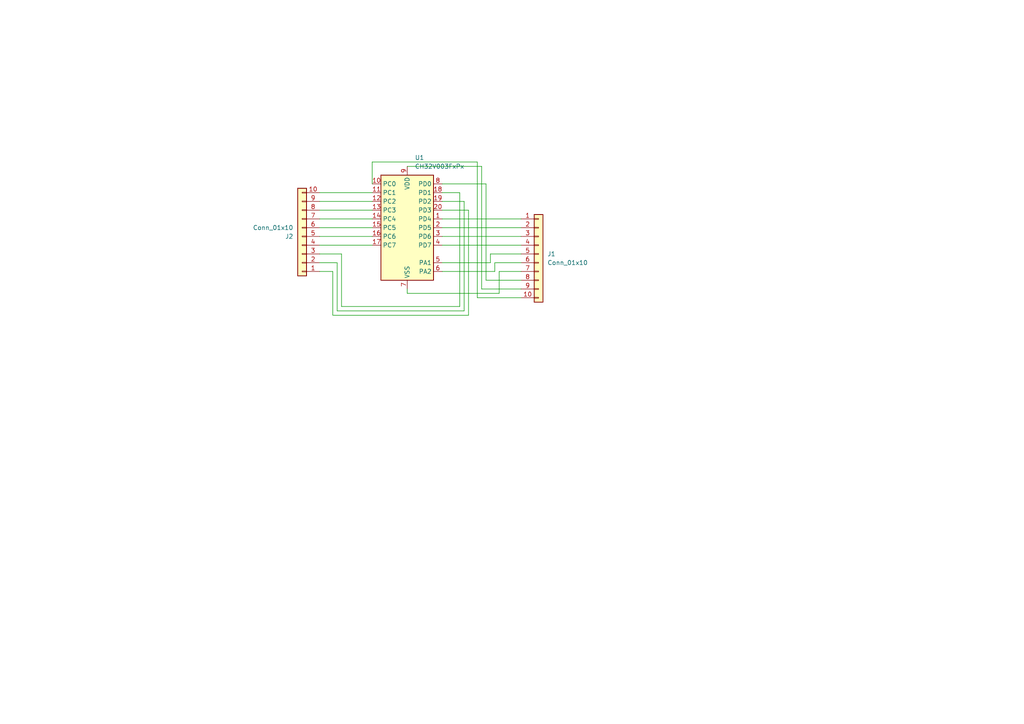
<source format=kicad_sch>
(kicad_sch (version 20231120) (generator "eeschema") (generator_version "8.0")
  (paper "A4")
  (lib_symbols
    (symbol "Connector_Generic:Conn_01x10" (pin_names (offset 1.016) hide)
      (property "Reference" "J" (at 0 12.7 0))
      (property "Value" "Conn_01x10" (at 0 -15.24 0))
      (symbol "Conn_01x10_1_1"
        (rectangle (start -1.27 -12.573) (end 0 -12.827) (stroke (width 0.1524)))
        (rectangle (start -1.27 -10.033) (end 0 -10.287) (stroke (width 0.1524)))
        (rectangle (start -1.27 -7.493) (end 0 -7.747) (stroke (width 0.1524)))
        (rectangle (start -1.27 -4.953) (end 0 -5.207) (stroke (width 0.1524)))
        (rectangle (start -1.27 -2.413) (end 0 -2.667) (stroke (width 0.1524)))
        (rectangle (start -1.27 0.127) (end 0 -0.127) (stroke (width 0.1524)))
        (rectangle (start -1.27 2.667) (end 0 2.413) (stroke (width 0.1524)))
        (rectangle (start -1.27 5.207) (end 0 4.953) (stroke (width 0.1524)))
        (rectangle (start -1.27 7.747) (end 0 7.493) (stroke (width 0.1524)))
        (rectangle (start -1.27 10.287) (end 0 10.033) (stroke (width 0.1524)))
        (rectangle (start -1.27 11.43) (end 1.27 -13.97) (stroke (width 0.254)) (fill (type background)))
        (pin passive line (at -5.08 10.16 0) (length 3.81) (name "Pin_1") (number "1"))
        (pin passive line (at -5.08 -12.7 0) (length 3.81) (name "Pin_10") (number "10"))
        (pin passive line (at -5.08 7.62 0) (length 3.81) (name "Pin_2") (number "2"))
        (pin passive line (at -5.08 5.08 0) (length 3.81) (name "Pin_3") (number "3"))
        (pin passive line (at -5.08 2.54 0) (length 3.81) (name "Pin_4") (number "4"))
        (pin passive line (at -5.08 0 0) (length 3.81) (name "Pin_5") (number "5"))
        (pin passive line (at -5.08 -2.54 0) (length 3.81) (name "Pin_6") (number "6"))
        (pin passive line (at -5.08 -5.08 0) (length 3.81) (name "Pin_7") (number "7"))
        (pin passive line (at -5.08 -7.62 0) (length 3.81) (name "Pin_8") (number "8"))
        (pin passive line (at -5.08 -10.16 0) (length 3.81) (name "Pin_9") (number "9"))
      )
    )
    (symbol "MCU_WCH_CH32V0:CH32V003FxPx"
      (property "Reference" "U" (at -7.62 17.78 0))
      (property "Value" "CH32V003FxPx" (at 7.62 17.78 0))
      (symbol "CH32V003FxPx_1_1"
        (rectangle (start -7.62 15.24) (end 7.62 -15.24) (stroke (width 0.254)) (fill (type background)))
        (pin bidirectional line (at 10.16 2.54 180) (length 2.54) (name "PD4") (number "1"))
        (pin bidirectional line (at -10.16 12.7 0) (length 2.54) (name "PC0") (number "10"))
        (pin bidirectional line (at -10.16 10.16 0) (length 2.54) (name "PC1") (number "11"))
        (pin bidirectional line (at -10.16 7.62 0) (length 2.54) (name "PC2") (number "12"))
        (pin bidirectional line (at -10.16 5.08 0) (length 2.54) (name "PC3") (number "13"))
        (pin bidirectional line (at -10.16 2.54 0) (length 2.54) (name "PC4") (number "14"))
        (pin bidirectional line (at -10.16 0 0) (length 2.54) (name "PC5") (number "15"))
        (pin bidirectional line (at -10.16 -2.54 0) (length 2.54) (name "PC6") (number "16"))
        (pin bidirectional line (at -10.16 -5.08 0) (length 2.54) (name "PC7") (number "17"))
        (pin bidirectional line (at 10.16 10.16 180) (length 2.54) (name "PD1") (number "18"))
        (pin bidirectional line (at 10.16 7.62 180) (length 2.54) (name "PD2") (number "19"))
        (pin bidirectional line (at 10.16 0 180) (length 2.54) (name "PD5") (number "2"))
        (pin bidirectional line (at 10.16 5.08 180) (length 2.54) (name "PD3") (number "20"))
        (pin bidirectional line (at 10.16 -2.54 180) (length 2.54) (name "PD6") (number "3"))
        (pin bidirectional line (at 10.16 -5.08 180) (length 2.54) (name "PD7") (number "4"))
        (pin bidirectional line (at 10.16 -10.16 180) (length 2.54) (name "PA1") (number "5"))
        (pin bidirectional line (at 10.16 -12.7 180) (length 2.54) (name "PA2") (number "6"))
        (pin power_in line (at 0 -17.78 90) (length 2.54) (name "VSS") (number "7"))
        (pin bidirectional line (at 10.16 12.7 180) (length 2.54) (name "PD0") (number "8"))
        (pin power_in line (at 0 17.78 270) (length 2.54) (name "VDD") (number "9"))
      )
    )
  )
  (wire (pts (xy 139.7 83.82) (xy 151.13 83.82)))
  (wire (pts (xy 133.35 55.88) (xy 128.27 55.88)))
  (wire (pts (xy 92.71 76.2) (xy 97.79 76.2)))
  (wire (pts (xy 92.71 71.12) (xy 107.95 71.12)))
  (wire (pts (xy 97.79 90.17) (xy 134.62 90.17)))
  (wire (pts (xy 142.24 73.66) (xy 151.13 73.66)))
  (wire (pts (xy 107.95 46.99) (xy 138.43 46.99)))
  (wire (pts (xy 139.7 48.26) (xy 139.7 83.82)))
  (wire (pts (xy 128.27 66.04) (xy 151.13 66.04)))
  (wire (pts (xy 92.71 73.66) (xy 99.06 73.66)))
  (wire (pts (xy 92.71 78.74) (xy 96.52 78.74)))
  (wire (pts (xy 128.27 78.74) (xy 143.51 78.74)))
  (wire (pts (xy 140.97 81.28) (xy 151.13 81.28)))
  (wire (pts (xy 142.24 76.2) (xy 142.24 73.66)))
  (wire (pts (xy 128.27 71.12) (xy 151.13 71.12)))
  (wire (pts (xy 92.71 58.42) (xy 107.95 58.42)))
  (wire (pts (xy 144.78 78.74) (xy 151.13 78.74)))
  (wire (pts (xy 138.43 86.36) (xy 151.13 86.36)))
  (wire (pts (xy 92.71 55.88) (xy 107.95 55.88)))
  (wire (pts (xy 143.51 76.2) (xy 151.13 76.2)))
  (wire (pts (xy 92.71 68.58) (xy 107.95 68.58)))
  (wire (pts (xy 128.27 53.34) (xy 140.97 53.34)))
  (wire (pts (xy 144.78 85.09) (xy 144.78 78.74)))
  (wire (pts (xy 133.35 88.9) (xy 133.35 55.88)))
  (wire (pts (xy 135.89 60.96) (xy 128.27 60.96)))
  (wire (pts (xy 134.62 90.17) (xy 134.62 58.42)))
  (wire (pts (xy 107.95 53.34) (xy 107.95 46.99)))
  (wire (pts (xy 96.52 91.44) (xy 135.89 91.44)))
  (wire (pts (xy 135.89 91.44) (xy 135.89 60.96)))
  (wire (pts (xy 134.62 58.42) (xy 128.27 58.42)))
  (wire (pts (xy 92.71 66.04) (xy 107.95 66.04)))
  (wire (pts (xy 118.11 48.26) (xy 139.7 48.26)))
  (wire (pts (xy 118.11 85.09) (xy 144.78 85.09)))
  (wire (pts (xy 140.97 53.34) (xy 140.97 81.28)))
  (wire (pts (xy 99.06 73.66) (xy 99.06 88.9)))
  (wire (pts (xy 128.27 68.58) (xy 151.13 68.58)))
  (wire (pts (xy 143.51 78.74) (xy 143.51 76.2)))
  (wire (pts (xy 138.43 46.99) (xy 138.43 86.36)))
  (wire (pts (xy 128.27 76.2) (xy 142.24 76.2)))
  (wire (pts (xy 118.11 85.09) (xy 118.11 83.82)))
  (wire (pts (xy 92.71 63.5) (xy 107.95 63.5)))
  (wire (pts (xy 128.27 63.5) (xy 151.13 63.5)))
  (wire (pts (xy 96.52 78.74) (xy 96.52 91.44)))
  (wire (pts (xy 97.79 76.2) (xy 97.79 90.17)))
  (wire (pts (xy 92.71 60.96) (xy 107.95 60.96)))
  (wire (pts (xy 99.06 88.9) (xy 133.35 88.9)))
  (symbol (lib_id "MCU_WCH_CH32V0:CH32V003FxPx") (at 118.11 66.04 0) (unit 1)
    (property "Reference" "U1" (at 120.3041 45.72 0) (effects (justify left)))
    (property "Value" "CH32V003FxPx" (at 120.3041 48.26 0) (effects (justify left)))
    (property "Footprint" "Package_SO:TSSOP-20_4.4x6.5mm_P0.65mm" (effects (hide yes)))
    (property "Datasheet" "https://www.wch-ic.com/products/CH32V003.html" (effects (hide yes)))
    (property "Description" "CH32V003 series are industrial-grade general-purpose microcontrollers designed based on 32-bit RISC-V instruction set and architecture. It adopts QingKe V2A core, RV32EC instruction set, and supports 2 levels of interrupt nesting. The series are mounted with rich peripheral interfaces and function modules. Its internal organizational structure meets the low-cost and low-power embedded application scenarios." (effects (hide yes)))
  )
  (symbol (lib_id "Connector_Generic:Conn_01x10") (at 87.63 68.58 180) (unit 1)
    (property "Reference" "J2" (at 85.09 68.5801 0) (effects (justify left)))
    (property "Value" "Conn_01x10" (at 85.09 66.0401 0) (effects (justify left)))
    (property "Footprint" "Connector_PinHeader_2.54mm:PinHeader_1x10_P2.54mm_Vertical" (effects (hide yes)))
    (property "Description" "Generic connector, single row, 01x10, script generated (kicad-library-utils/schlib/autogen/connector/)" (effects (hide yes)))
  )
  (symbol (lib_id "Connector_Generic:Conn_01x10") (at 156.21 73.66 0) (unit 1)
    (property "Reference" "J1" (at 158.75 73.6599 0) (effects (justify left)))
    (property "Value" "Conn_01x10" (at 158.75 76.1999 0) (effects (justify left)))
    (property "Footprint" "Connector_PinHeader_2.54mm:PinHeader_1x10_P2.54mm_Vertical" (effects (hide yes)))
    (property "Description" "Generic connector, single row, 01x10, script generated (kicad-library-utils/schlib/autogen/connector/)" (effects (hide yes)))
  )
)
</source>
